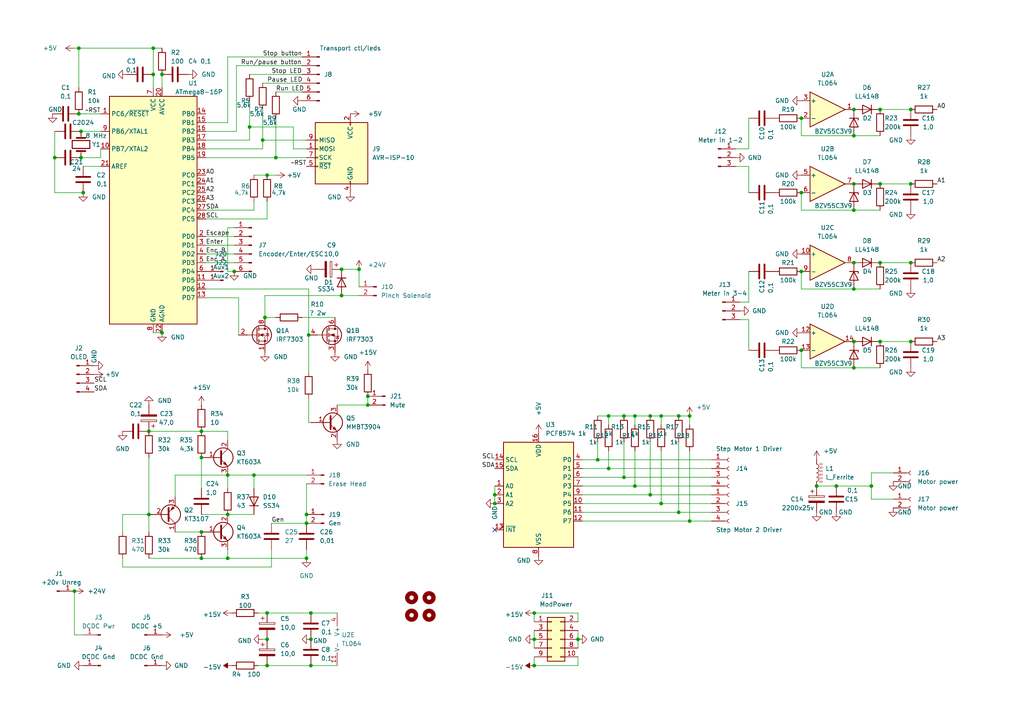
<source format=kicad_sch>
(kicad_sch (version 20211123) (generator eeschema)
  (paper "A4")
  (junction (at 247.65 99.06))
  (junction (at 66.04 149.225))
  (junction (at 173.355 133.35))
  (junction (at 255.27 31.75))
  (junction (at 90.17 185.42))
  (junction (at 143.51 143.51))
  (junction (at 247.65 76.2))
  (junction (at 247.65 39.37))
  (junction (at 66.04 161.925))
  (junction (at 232.41 78.74))
  (junction (at 247.65 106.68))
  (junction (at 24.13 55.88))
  (junction (at 76.835 92.075))
  (junction (at 23.495 45.72))
  (junction (at 180.975 138.43))
  (junction (at 154.94 177.8))
  (junction (at 90.17 177.8))
  (junction (at 22.86 13.97))
  (junction (at 77.47 193.04))
  (junction (at 106.68 117.475))
  (junction (at 264.16 99.06))
  (junction (at 264.16 31.75))
  (junction (at 58.42 132.715))
  (junction (at 196.85 120.65))
  (junction (at 76.2 40.64))
  (junction (at 154.94 185.42))
  (junction (at 88.9 161.925))
  (junction (at 58.42 154.305))
  (junction (at 43.18 149.225))
  (junction (at 46.99 96.52))
  (junction (at 180.975 120.65))
  (junction (at 22.86 33.02))
  (junction (at 72.39 36.83))
  (junction (at 188.595 120.65))
  (junction (at 67.945 78.74))
  (junction (at 247.65 60.96))
  (junction (at 167.64 185.42))
  (junction (at 264.16 76.2))
  (junction (at 252.73 140.97))
  (junction (at 58.42 125.095))
  (junction (at 58.42 161.925))
  (junction (at 191.77 120.65))
  (junction (at 255.27 53.34))
  (junction (at 21.59 171.45))
  (junction (at 80.01 45.72))
  (junction (at 15.875 45.72))
  (junction (at 176.53 135.89))
  (junction (at 77.47 177.8))
  (junction (at 143.51 146.05))
  (junction (at 88.9 151.765))
  (junction (at 236.855 140.97))
  (junction (at 89.535 97.155))
  (junction (at 188.595 143.51))
  (junction (at 77.47 50.8))
  (junction (at 184.15 140.97))
  (junction (at 232.41 55.88))
  (junction (at 88.9 149.225))
  (junction (at 90.17 193.04))
  (junction (at 264.16 53.34))
  (junction (at 255.27 76.2))
  (junction (at 200.025 151.13))
  (junction (at 106.68 114.935))
  (junction (at 242.57 140.97))
  (junction (at 46.99 21.59))
  (junction (at 247.65 31.75))
  (junction (at 196.85 148.59))
  (junction (at 176.53 120.65))
  (junction (at 23.495 38.1))
  (junction (at 43.18 125.095))
  (junction (at 255.27 99.06))
  (junction (at 73.66 137.795))
  (junction (at 247.65 53.34))
  (junction (at 99.06 85.725))
  (junction (at 104.14 78.105))
  (junction (at 77.47 185.42))
  (junction (at 232.41 101.6))
  (junction (at 66.04 137.795))
  (junction (at 191.77 146.05))
  (junction (at 247.65 83.82))
  (junction (at 44.45 21.59))
  (junction (at 200.025 120.65))
  (junction (at 44.45 13.97))
  (junction (at 232.41 34.29))
  (junction (at 184.15 120.65))
  (junction (at 99.06 78.105))
  (junction (at 154.94 193.04))
  (no_connect (at 143.51 153.67))
  (wire (pts (xy 69.215 86.36) (xy 69.215 97.155)))
  (wire (pts (xy 68.58 19.05) (xy 87.63 19.05)))
  (wire (pts (xy 106.68 114.935) (xy 106.68 117.475)))
  (wire (pts (xy 88.9 140.335) (xy 88.9 149.225)))
  (wire (pts (xy 46.99 21.59) (xy 46.99 25.4)))
  (wire (pts (xy 59.69 71.12) (xy 67.945 71.12)))
  (wire (pts (xy 88.9 149.225) (xy 88.9 151.765)))
  (wire (pts (xy 76.835 85.725) (xy 99.06 85.725)))
  (wire (pts (xy 21.59 13.97) (xy 22.86 13.97)))
  (wire (pts (xy 73.66 60.96) (xy 59.69 60.96)))
  (wire (pts (xy 88.9 159.385) (xy 88.9 161.925)))
  (wire (pts (xy 77.47 58.42) (xy 77.47 63.5)))
  (wire (pts (xy 200.025 130.81) (xy 200.025 151.13)))
  (wire (pts (xy 255.27 53.34) (xy 264.16 53.34)))
  (wire (pts (xy 15.875 38.1) (xy 15.875 45.72)))
  (wire (pts (xy 89.535 97.155) (xy 89.535 107.95)))
  (wire (pts (xy 43.18 161.925) (xy 58.42 161.925)))
  (wire (pts (xy 59.69 63.5) (xy 77.47 63.5)))
  (wire (pts (xy 168.91 148.59) (xy 196.85 148.59)))
  (wire (pts (xy 15.875 55.88) (xy 24.13 55.88)))
  (wire (pts (xy 76.2 43.18) (xy 59.69 43.18)))
  (wire (pts (xy 217.17 48.26) (xy 217.17 55.88)))
  (wire (pts (xy 188.595 143.51) (xy 206.375 143.51)))
  (wire (pts (xy 191.77 120.65) (xy 196.85 120.65)))
  (wire (pts (xy 247.65 39.37) (xy 255.27 39.37)))
  (wire (pts (xy 154.94 193.04) (xy 167.64 193.04)))
  (wire (pts (xy 46.99 13.97) (xy 44.45 13.97)))
  (wire (pts (xy 217.17 101.6) (xy 217.17 92.71)))
  (wire (pts (xy 78.74 164.465) (xy 78.74 159.385)))
  (wire (pts (xy 67.945 66.04) (xy 66.04 66.04)))
  (wire (pts (xy 76.2 185.42) (xy 77.47 185.42)))
  (wire (pts (xy 154.94 177.8) (xy 167.64 177.8)))
  (wire (pts (xy 255.27 31.75) (xy 264.16 31.75)))
  (wire (pts (xy 154.94 182.88) (xy 154.94 185.42)))
  (wire (pts (xy 29.21 45.72) (xy 23.495 45.72)))
  (wire (pts (xy 59.69 38.1) (xy 68.58 38.1)))
  (wire (pts (xy 68.58 38.1) (xy 68.58 19.05)))
  (wire (pts (xy 217.17 43.18) (xy 217.17 34.29)))
  (wire (pts (xy 168.91 143.51) (xy 188.595 143.51)))
  (wire (pts (xy 168.91 151.13) (xy 200.025 151.13)))
  (wire (pts (xy 76.2 40.64) (xy 76.2 43.18)))
  (wire (pts (xy 168.91 138.43) (xy 180.975 138.43)))
  (wire (pts (xy 66.04 35.56) (xy 66.04 16.51)))
  (wire (pts (xy 188.595 128.27) (xy 188.595 143.51)))
  (wire (pts (xy 58.42 132.715) (xy 58.42 141.605)))
  (wire (pts (xy 191.77 120.65) (xy 191.77 123.19)))
  (wire (pts (xy 43.18 149.225) (xy 43.18 154.305)))
  (wire (pts (xy 173.355 120.65) (xy 176.53 120.65)))
  (wire (pts (xy 259.08 137.16) (xy 252.73 137.16)))
  (wire (pts (xy 191.77 130.81) (xy 191.77 146.05)))
  (wire (pts (xy 168.91 133.35) (xy 173.355 133.35)))
  (wire (pts (xy 15.875 45.72) (xy 15.875 55.88)))
  (wire (pts (xy 167.64 185.42) (xy 167.64 187.96)))
  (wire (pts (xy 66.04 127.635) (xy 66.04 125.095)))
  (wire (pts (xy 200.025 120.65) (xy 196.85 120.65)))
  (wire (pts (xy 72.39 21.59) (xy 87.63 21.59)))
  (wire (pts (xy 154.94 185.42) (xy 154.94 187.96)))
  (wire (pts (xy 76.835 92.075) (xy 76.835 85.725)))
  (wire (pts (xy 173.355 128.27) (xy 173.355 133.35)))
  (wire (pts (xy 88.9 40.64) (xy 76.2 40.64)))
  (wire (pts (xy 59.69 40.64) (xy 72.39 40.64)))
  (wire (pts (xy 180.975 138.43) (xy 206.375 138.43)))
  (wire (pts (xy 167.64 177.8) (xy 167.64 180.34)))
  (wire (pts (xy 90.17 193.04) (xy 97.79 193.04)))
  (wire (pts (xy 59.69 86.36) (xy 69.215 86.36)))
  (wire (pts (xy 66.04 161.925) (xy 58.42 161.925)))
  (wire (pts (xy 73.66 50.8) (xy 77.47 50.8)))
  (wire (pts (xy 143.51 140.97) (xy 143.51 143.51)))
  (wire (pts (xy 66.04 159.385) (xy 66.04 161.925)))
  (wire (pts (xy 180.975 120.65) (xy 184.15 120.65)))
  (wire (pts (xy 173.355 133.35) (xy 206.375 133.35)))
  (wire (pts (xy 77.47 50.8) (xy 80.01 50.8)))
  (wire (pts (xy 196.85 128.27) (xy 196.85 148.59)))
  (wire (pts (xy 44.45 21.59) (xy 44.45 25.4)))
  (wire (pts (xy 59.69 73.66) (xy 67.945 73.66)))
  (wire (pts (xy 252.73 140.97) (xy 242.57 140.97)))
  (wire (pts (xy 184.15 120.65) (xy 188.595 120.65)))
  (wire (pts (xy 217.17 78.74) (xy 217.17 87.63)))
  (wire (pts (xy 77.47 177.8) (xy 90.17 177.8)))
  (wire (pts (xy 255.27 99.06) (xy 264.16 99.06)))
  (wire (pts (xy 232.41 39.37) (xy 247.65 39.37)))
  (wire (pts (xy 213.36 43.18) (xy 217.17 43.18)))
  (wire (pts (xy 72.39 36.83) (xy 85.09 36.83)))
  (wire (pts (xy 236.855 140.97) (xy 242.57 140.97)))
  (wire (pts (xy 167.64 193.04) (xy 167.64 190.5)))
  (wire (pts (xy 73.66 137.795) (xy 88.9 137.795)))
  (wire (pts (xy 59.69 45.72) (xy 80.01 45.72)))
  (wire (pts (xy 29.21 43.18) (xy 29.21 45.72)))
  (wire (pts (xy 74.93 177.8) (xy 77.47 177.8)))
  (wire (pts (xy 168.91 135.89) (xy 176.53 135.89)))
  (wire (pts (xy 191.77 146.05) (xy 206.375 146.05)))
  (wire (pts (xy 90.17 177.8) (xy 97.79 177.8)))
  (wire (pts (xy 104.14 78.105) (xy 99.06 78.105)))
  (wire (pts (xy 66.04 137.795) (xy 66.04 141.605)))
  (wire (pts (xy 58.42 149.225) (xy 66.04 149.225)))
  (wire (pts (xy 154.94 190.5) (xy 154.94 193.04)))
  (wire (pts (xy 73.66 137.795) (xy 66.04 137.795)))
  (wire (pts (xy 59.69 76.2) (xy 67.945 76.2)))
  (wire (pts (xy 168.91 146.05) (xy 191.77 146.05)))
  (wire (pts (xy 232.41 60.96) (xy 232.41 55.88)))
  (wire (pts (xy 188.595 120.65) (xy 191.77 120.65)))
  (wire (pts (xy 184.15 130.81) (xy 184.15 140.97)))
  (wire (pts (xy 72.39 40.64) (xy 72.39 36.83)))
  (wire (pts (xy 89.535 115.57) (xy 89.535 122.555)))
  (wire (pts (xy 22.86 13.97) (xy 44.45 13.97)))
  (wire (pts (xy 232.41 83.82) (xy 232.41 78.74)))
  (wire (pts (xy 259.08 144.78) (xy 252.73 144.78)))
  (wire (pts (xy 252.73 144.78) (xy 252.73 140.97)))
  (wire (pts (xy 74.93 193.04) (xy 77.47 193.04)))
  (wire (pts (xy 180.975 128.27) (xy 180.975 138.43)))
  (wire (pts (xy 213.36 48.26) (xy 217.17 48.26)))
  (wire (pts (xy 176.53 120.65) (xy 176.53 123.19)))
  (wire (pts (xy 200.025 123.19) (xy 200.025 120.65)))
  (wire (pts (xy 73.66 141.605) (xy 73.66 137.795)))
  (wire (pts (xy 168.91 140.97) (xy 184.15 140.97)))
  (wire (pts (xy 184.15 140.97) (xy 206.375 140.97)))
  (wire (pts (xy 87.63 92.075) (xy 97.155 92.075)))
  (wire (pts (xy 35.56 154.305) (xy 35.56 149.225)))
  (wire (pts (xy 232.41 39.37) (xy 232.41 34.29)))
  (wire (pts (xy 80.01 45.72) (xy 88.9 45.72)))
  (wire (pts (xy 35.56 164.465) (xy 78.74 164.465)))
  (wire (pts (xy 44.45 96.52) (xy 46.99 96.52)))
  (wire (pts (xy 255.27 76.2) (xy 264.16 76.2)))
  (wire (pts (xy 76.2 31.75) (xy 76.2 40.64)))
  (wire (pts (xy 50.8 144.145) (xy 50.8 137.795)))
  (wire (pts (xy 80.01 26.67) (xy 87.63 26.67)))
  (wire (pts (xy 76.835 92.075) (xy 80.01 92.075)))
  (wire (pts (xy 200.025 151.13) (xy 206.375 151.13)))
  (wire (pts (xy 104.14 83.185) (xy 104.14 78.105)))
  (wire (pts (xy 78.74 151.765) (xy 88.9 151.765)))
  (wire (pts (xy 97.79 117.475) (xy 106.68 117.475)))
  (wire (pts (xy 99.06 85.725) (xy 104.14 85.725)))
  (wire (pts (xy 176.53 135.89) (xy 206.375 135.89)))
  (wire (pts (xy 217.17 92.71) (xy 214.63 92.71)))
  (wire (pts (xy 66.04 16.51) (xy 87.63 16.51)))
  (wire (pts (xy 66.04 125.095) (xy 58.42 125.095)))
  (wire (pts (xy 176.53 120.65) (xy 180.975 120.65)))
  (wire (pts (xy 66.04 149.225) (xy 73.66 149.225)))
  (wire (pts (xy 88.9 161.925) (xy 66.04 161.925)))
  (wire (pts (xy 176.53 130.81) (xy 176.53 135.89)))
  (wire (pts (xy 89.535 83.82) (xy 89.535 97.155)))
  (wire (pts (xy 23.495 38.1) (xy 29.21 38.1)))
  (wire (pts (xy 85.09 36.83) (xy 85.09 43.18)))
  (wire (pts (xy 59.69 68.58) (xy 67.945 68.58)))
  (wire (pts (xy 247.65 106.68) (xy 255.27 106.68)))
  (wire (pts (xy 85.09 43.18) (xy 88.9 43.18)))
  (wire (pts (xy 66.04 78.74) (xy 67.945 78.74)))
  (wire (pts (xy 50.8 137.795) (xy 66.04 137.795)))
  (wire (pts (xy 22.86 33.02) (xy 29.21 33.02)))
  (wire (pts (xy 89.535 122.555) (xy 90.17 122.555)))
  (wire (pts (xy 143.51 143.51) (xy 143.51 146.05)))
  (wire (pts (xy 50.8 154.305) (xy 58.42 154.305)))
  (wire (pts (xy 59.69 35.56) (xy 66.04 35.56)))
  (wire (pts (xy 154.94 180.34) (xy 154.94 177.8)))
  (wire (pts (xy 232.41 106.68) (xy 247.65 106.68)))
  (wire (pts (xy 217.17 87.63) (xy 214.63 87.63)))
  (wire (pts (xy 43.18 125.095) (xy 58.42 125.095)))
  (wire (pts (xy 247.65 83.82) (xy 255.27 83.82)))
  (wire (pts (xy 80.01 34.29) (xy 80.01 45.72)))
  (wire (pts (xy 72.39 29.21) (xy 72.39 36.83)))
  (wire (pts (xy 184.15 120.65) (xy 184.15 123.19)))
  (wire (pts (xy 232.41 60.96) (xy 247.65 60.96)))
  (wire (pts (xy 232.41 83.82) (xy 247.65 83.82)))
  (wire (pts (xy 66.04 66.04) (xy 66.04 78.74)))
  (wire (pts (xy 232.41 106.68) (xy 232.41 101.6)))
  (wire (pts (xy 35.56 161.925) (xy 35.56 164.465)))
  (wire (pts (xy 22.86 13.97) (xy 22.86 25.4)))
  (wire (pts (xy 59.69 83.82) (xy 89.535 83.82)))
  (wire (pts (xy 44.45 13.97) (xy 44.45 21.59)))
  (wire (pts (xy 21.59 184.15) (xy 24.13 184.15)))
  (wire (pts (xy 247.65 60.96) (xy 255.27 60.96)))
  (wire (pts (xy 77.47 193.04) (xy 90.17 193.04)))
  (wire (pts (xy 76.2 24.13) (xy 87.63 24.13)))
  (wire (pts (xy 196.85 148.59) (xy 206.375 148.59)))
  (wire (pts (xy 73.66 58.42) (xy 73.66 60.96)))
  (wire (pts (xy 167.64 182.88) (xy 167.64 185.42)))
  (wire (pts (xy 35.56 149.225) (xy 43.18 149.225)))
  (wire (pts (xy 252.73 137.16) (xy 252.73 140.97)))
  (wire (pts (xy 21.59 171.45) (xy 21.59 184.15)))
  (wire (pts (xy 43.18 132.715) (xy 43.18 149.225)))
  (wire (pts (xy 24.13 48.26) (xy 29.21 48.26)))
  (label "A0" (at 59.69 50.8 0))
  (label "A2" (at 271.78 76.2 0))
  (label "Pause LED" (at 77.47 24.13 0))
  (label "SCL" (at 27.305 111.125 0))
  (label "Enc B" (at 59.69 73.66 0))
  (label "Run{slash}pause button" (at 69.85 19.05 0))
  (label "~RST" (at 29.21 33.02 180))
  (label "Gen" (at 78.74 151.765 0))
  (label "A3" (at 271.78 99.06 0))
  (label "SDA" (at 59.69 60.96 0))
  (label "SCL" (at 59.69 63.5 0))
  (label "Stop button" (at 76.2 16.51 0))
  (label "SDA" (at 27.305 113.665 0))
  (label "A3" (at 59.69 58.42 0))
  (label "SDA" (at 143.51 135.89 180))
  (label "A0" (at 271.78 31.75 0))
  (label "~RST" (at 88.9 48.26 180))
  (label "SCL" (at 143.51 133.35 180))
  (label "Run LED" (at 80.01 26.67 0))
  (label "Escape" (at 59.69 68.58 0))
  (label "A1" (at 59.69 53.34 0))
  (label "A1" (at 271.78 53.34 0))
  (label "A2" (at 59.69 55.88 0))
  (label "Enc A" (at 59.69 76.2 0))
  (label "Stop LED" (at 78.74 21.59 0))
  (label "Enter" (at 59.69 71.12 0))
  (symbol (lib_id "Device:C_Polarized") (at 95.25 78.105 270) (unit 1)
    (property "Reference" "C9" (at 96.139 71.12 90))
    (property "Value" "10,0" (at 96.139 73.66 90))
    (property "Footprint" "Capacitor_THT:CP_Radial_D6.3mm_P2.50mm" (effects hide))
  )
  (symbol (lib_id "Connector_Generic:Conn_02x05_Odd_Even") (at 160.02 185.42 0) (unit 1)
    (property "Reference" "J11" (at 158.75 172.72 0))
    (property "Value" "ModPower" (at 161.29 175.26 0))
    (property "Footprint" "Connector_PinHeader_2.54mm:PinHeader_2x05_P2.54mm_Vertical" (effects hide))
  )
  (symbol (lib_id "power:+5V") (at 101.6 33.02 270) (mirror x) (unit 1)
    (property "Reference" "#PWR023" (effects hide))
    (property "Value" "+5V" (at 106.68 33.02 90) (effects (justify left)))
  )
  (symbol (lib_id "MCU_Microchip_ATmega:ATmega8-16P") (at 44.45 60.96 0) (unit 1)
    (property "Reference" "U1" (at 54.61 24.13 0) (effects (justify left)))
    (property "Value" "ATmega8-16P" (at 50.8 26.67 0) (effects (justify left)))
    (property "Footprint" "Package_DIP:DIP-28_W7.62mm" (effects hide))
    (property "Datasheet" "http://ww1.microchip.com/downloads/en/DeviceDoc/atmel-2486-8-bit-avr-microcontroller-atmega8_l_datasheet.pdf" (effects hide))
  )
  (symbol (lib_id "Device:C") (at 58.42 145.415 180) (unit 1)
    (property "Reference" "C24" (at 59.69 140.335 0) (effects (justify right)))
    (property "Value" "1,0" (at 59.69 142.875 0) (effects (justify right)))
    (property "Footprint" "Capacitor_SMD:C_0805_2012Metric_Pad1.18x1.45mm_HandSolder" (effects hide))
  )
  (symbol (lib_id "Diode:BZV55C3V9") (at 247.65 35.56 270) (unit 1)
    (property "Reference" "D2" (at 250.19 34.2899 90) (effects (justify left)))
    (property "Value" "BZV55C3V9" (at 236.22 38.1 90) (effects (justify left)))
    (property "Footprint" "Diode_SMD:D_MiniMELF" (effects hide))
    (property "Datasheet" "https://assets.nexperia.com/documents/data-sheet/BZV55_SER.pdf" (effects hide))
  )
  (symbol (lib_id "power:+24V") (at 21.59 171.45 270) (unit 1)
    (property "Reference" "#PWR03" (effects hide))
    (property "Value" "+24V" (at 25.4 171.4499 90) (effects (justify left)))
  )
  (symbol (lib_id "Mechanical:MountingHole") (at 124.46 178.435 0) (unit 1)
    (property "Reference" "H4" (effects hide))
    (property "Value" "MountingHole" (effects hide))
    (property "Footprint" "MountingHole:MountingHole_3.2mm_M3" (effects hide))
  )
  (symbol (lib_id "ussr_ic:IRF7303") (at 74.295 97.155 0) (unit 1)
    (property "Reference" "Q1" (at 80.01 95.8849 0) (effects (justify left)))
    (property "Value" "IRF7303" (at 80.01 98.4249 0) (effects (justify left)))
    (property "Footprint" "Package_SO:SOIC-8_3.9x4.9mm_P1.27mm" (effects hide))
    (property "Datasheet" "http://www.irf.com/product-info/datasheets/data/irf7309ipbf.pdf" (effects hide))
  )
  (symbol (lib_id "power:GND") (at 143.51 146.05 270) (unit 1)
    (property "Reference" "#PWR026" (effects hide))
    (property "Value" "GND" (at 143.51 146.685 0) (effects (justify left)))
  )
  (symbol (lib_id "Device:R") (at 73.66 54.61 180) (unit 1)
    (property "Reference" "R6" (at 69.85 53.975 0) (effects (justify right)))
    (property "Value" "4,7k" (at 67.945 55.88 0) (effects (justify right)))
    (property "Footprint" "Resistor_SMD:R_1206_3216Metric_Pad1.30x1.75mm_HandSolder" (effects hide))
  )
  (symbol (lib_id "Device:R") (at 58.42 128.905 180) (unit 1)
    (property "Reference" "R35" (at 52.07 127.635 0) (effects (justify right)))
    (property "Value" "4,3k" (at 52.07 130.175 0) (effects (justify right)))
    (property "Footprint" "Resistor_SMD:R_1206_3216Metric_Pad1.30x1.75mm_HandSolder" (effects hide))
  )
  (symbol (lib_id "Device:R") (at 228.6 55.88 90) (unit 1)
    (property "Reference" "R20" (at 228.6 53.34 90))
    (property "Value" "100k" (at 228.6 58.42 90))
    (property "Footprint" "Resistor_SMD:R_1206_3216Metric_Pad1.30x1.75mm_HandSolder" (effects hide))
  )
  (symbol (lib_id "Device:C") (at 19.685 45.72 270) (unit 1)
    (property "Reference" "C21" (at 22.225 46.99 90))
    (property "Value" "24" (at 22.225 48.895 90))
    (property "Footprint" "Capacitor_THT:C_Disc_D5.0mm_W2.5mm_P2.50mm" (effects hide))
  )
  (symbol (lib_id "Connector:AVR-ISP-10") (at 99.06 45.72 0) (mirror y) (unit 1)
    (property "Reference" "J9" (at 107.95 43.1799 0) (effects (justify right)))
    (property "Value" "AVR-ISP-10" (at 107.95 45.7199 0) (effects (justify right)))
    (property "Footprint" "Connector_PinHeader_2.54mm:PinHeader_2x05_P2.54mm_Vertical" (effects hide))
    (property "Datasheet" " ~" (effects hide))
  )
  (symbol (lib_id "Diode:BZV55C3V9") (at 247.65 57.15 270) (unit 1)
    (property "Reference" "D3" (at 250.19 55.8799 90) (effects (justify left)))
    (property "Value" "BZV55C3V9" (at 236.22 59.69 90) (effects (justify left)))
    (property "Footprint" "Diode_SMD:D_MiniMELF" (effects hide))
    (property "Datasheet" "https://assets.nexperia.com/documents/data-sheet/BZV55_SER.pdf" (effects hide))
  )
  (symbol (lib_id "power:GND") (at 76.2 185.42 270) (unit 1)
    (property "Reference" "#PWR016" (effects hide))
    (property "Value" "GND" (at 73.0251 185.8538 90) (effects (justify right)))
  )
  (symbol (lib_id "Device:R") (at 180.975 124.46 180) (unit 1)
    (property "Reference" "R13" (at 177.165 123.825 0) (effects (justify right)))
    (property "Value" "1k" (at 175.26 125.73 0) (effects (justify right)))
    (property "Footprint" "Resistor_SMD:R_1206_3216Metric_Pad1.30x1.75mm_HandSolder" (effects hide))
  )
  (symbol (lib_id "power:GND") (at 232.41 73.66 270) (unit 1)
    (property "Reference" "#PWR038" (effects hide))
    (property "Value" "GND" (at 224.79 73.66 90) (effects (justify left)))
  )
  (symbol (lib_id "Connector:Conn_01x01_Male") (at 41.91 184.15 0) (unit 1)
    (property "Reference" "J5" (at 42.545 179.07 0))
    (property "Value" "DCDC +5" (at 42.545 181.61 0))
    (property "Footprint" "Connector_PinHeader_2.54mm:PinHeader_1x01_P2.54mm_Vertical" (effects hide))
  )
  (symbol (lib_id "Connector:Conn_01x01_Male") (at 64.77 78.74 180) (unit 1)
    (property "Reference" "J20" (at 64.135 73.66 0))
    (property "Value" "Aux1" (at 64.135 77.47 0))
    (property "Footprint" "Connector_PinHeader_2.54mm:PinHeader_1x01_P2.54mm_Vertical" (effects hide))
  )
  (symbol (lib_id "Device:C") (at 39.37 125.095 270) (unit 1)
    (property "Reference" "C22" (at 39.37 117.475 90))
    (property "Value" "0,1" (at 39.37 120.015 90))
    (property "Footprint" "Capacitor_SMD:C_0805_2012Metric_Pad1.18x1.45mm_HandSolder" (effects hide))
  )
  (symbol (lib_id "Device:C") (at 50.8 21.59 90) (unit 1)
    (property "Reference" "C4" (at 55.88 17.78 90))
    (property "Value" "0,1" (at 59.69 17.78 90))
    (property "Footprint" "Capacitor_SMD:C_1206_3216Metric_Pad1.33x1.80mm_HandSolder" (effects hide))
  )
  (symbol (lib_id "Device:R") (at 176.53 127 180) (unit 1)
    (property "Reference" "R12" (at 172.72 126.365 0) (effects (justify right)))
    (property "Value" "1k" (at 170.815 128.27 0) (effects (justify right)))
    (property "Footprint" "Resistor_SMD:R_1206_3216Metric_Pad1.30x1.75mm_HandSolder" (effects hide))
  )
  (symbol (lib_id "Device:R") (at 46.99 17.78 180) (unit 1)
    (property "Reference" "R2" (at 49.53 15.24 0) (effects (justify right)))
    (property "Value" "100" (at 49.53 17.78 0) (effects (justify right)))
    (property "Footprint" "Resistor_SMD:R_1206_3216Metric_Pad1.30x1.75mm_HandSolder" (effects hide))
  )
  (symbol (lib_id "Amplifier_Operational:TL064") (at 240.03 31.75 0) (unit 1)
    (property "Reference" "U2" (at 240.03 21.59 0))
    (property "Value" "TL064" (at 240.03 24.13 0))
    (property "Footprint" "Package_DIP:DIP-14_W7.62mm_LongPads" (effects hide))
    (property "Datasheet" "http://www.ti.com/lit/ds/symlink/tl061.pdf" (effects hide))
  )
  (symbol (lib_id "power:GND") (at 43.18 117.475 180) (unit 1)
    (property "Reference" "#PWR050" (effects hide))
    (property "Value" "GND" (at 45.72 116.2049 0) (effects (justify right)))
  )
  (symbol (lib_id "Diode:LL4148") (at 251.46 53.34 180) (unit 1)
    (property "Reference" "D7" (at 251.46 46.99 0))
    (property "Value" "LL4148" (at 251.46 49.53 0))
    (property "Footprint" "Diode_SMD:D_MiniMELF" (effects hide))
    (property "Datasheet" "http://www.vishay.com/docs/85557/ll4148.pdf" (effects hide))
  )
  (symbol (lib_id "Device:R") (at 58.42 158.115 180) (unit 1)
    (property "Reference" "R36" (at 53.34 156.845 0) (effects (justify right)))
    (property "Value" "470" (at 53.34 159.385 0) (effects (justify right)))
    (property "Footprint" "Resistor_SMD:R_1206_3216Metric_Pad1.30x1.75mm_HandSolder" (effects hide))
  )
  (symbol (lib_id "power:GND") (at 24.13 193.04 270) (unit 1)
    (property "Reference" "#PWR05" (effects hide))
    (property "Value" "GND" (at 16.51 193.04 90) (effects (justify left)))
  )
  (symbol (lib_id "ussr_ic:IRF7303") (at 94.615 97.155 0) (unit 2)
    (property "Reference" "Q1" (at 100.33 95.8849 0) (effects (justify left)))
    (property "Value" "IRF7303" (at 100.33 98.4249 0) (effects (justify left)))
    (property "Footprint" "Package_SO:SOIC-8_3.9x4.9mm_P1.27mm" (effects hide))
    (property "Datasheet" "http://www.irf.com/product-info/datasheets/data/irf7309ipbf.pdf" (effects hide))
  )
  (symbol (lib_id "Device:R") (at 228.6 101.6 90) (unit 1)
    (property "Reference" "R22" (at 228.6 99.06 90))
    (property "Value" "100k" (at 228.6 104.14 90))
    (property "Footprint" "Resistor_SMD:R_1206_3216Metric_Pad1.30x1.75mm_HandSolder" (effects hide))
  )
  (symbol (lib_id "Device:R") (at 106.68 111.125 180) (unit 1)
    (property "Reference" "R39" (at 100.33 109.855 0) (effects (justify right)))
    (property "Value" "30k" (at 100.33 112.395 0) (effects (justify right)))
    (property "Footprint" "Resistor_SMD:R_1206_3216Metric_Pad1.30x1.75mm_HandSolder" (effects hide))
  )
  (symbol (lib_id "Device:C") (at 264.16 102.87 180) (unit 1)
    (property "Reference" "C19" (at 269.24 101.6 0))
    (property "Value" "1,0" (at 269.24 104.14 0))
    (property "Footprint" "Capacitor_SMD:C_0805_2012Metric_Pad1.18x1.45mm_HandSolder" (effects hide))
  )
  (symbol (lib_id "Device:R") (at 228.6 78.74 90) (unit 1)
    (property "Reference" "R21" (at 228.6 76.2 90))
    (property "Value" "100k" (at 228.6 81.28 90))
    (property "Footprint" "Resistor_SMD:R_1206_3216Metric_Pad1.30x1.75mm_HandSolder" (effects hide))
  )
  (symbol (lib_id "power:GND") (at 67.945 78.74 0) (unit 1)
    (property "Reference" "#PWR015" (effects hide))
    (property "Value" "GND" (at 70.485 80.0099 0) (effects (justify left)))
  )
  (symbol (lib_id "power:GND") (at 54.61 21.59 90) (unit 1)
    (property "Reference" "#PWR012" (effects hide))
    (property "Value" "GND" (at 58.42 21.5899 90) (effects (justify right)))
  )
  (symbol (lib_id "Connector:Conn_01x06_Male") (at 73.025 71.12 0) (mirror y) (unit 1)
    (property "Reference" "J7" (at 74.93 71.1199 0) (effects (justify right)))
    (property "Value" "Encoder/Enter/ESC" (at 74.93 73.6599 0) (effects (justify right)))
    (property "Footprint" "Connector_PinHeader_2.54mm:PinHeader_1x06_P2.54mm_Vertical" (effects hide))
  )
  (symbol (lib_id "Amplifier_Operational:TL064") (at 240.03 53.34 0) (unit 2)
    (property "Reference" "U2" (at 240.03 43.18 0))
    (property "Value" "TL064" (at 240.03 45.72 0))
    (property "Footprint" "Package_DIP:DIP-14_W7.62mm_LongPads" (effects hide))
    (property "Datasheet" "http://www.ti.com/lit/ds/symlink/tl061.pdf" (effects hide))
  )
  (symbol (lib_id "power:GND") (at 264.16 39.37 0) (unit 1)
    (property "Reference" "#PWR045" (effects hide))
    (property "Value" "GND" (at 257.81 40.64 0) (effects (justify left)))
  )
  (symbol (lib_id "Device:R") (at 71.12 193.04 90) (unit 1)
    (property "Reference" "R4" (at 68.58 195.58 90))
    (property "Value" "100" (at 73.66 195.58 90))
    (property "Footprint" "Resistor_SMD:R_1206_3216Metric_Pad1.30x1.75mm_HandSolder" (effects hide))
  )
  (symbol (lib_id "Connector:Conn_01x01_Male") (at 29.21 184.15 180) (unit 1)
    (property "Reference" "J3" (at 28.575 179.07 0))
    (property "Value" "DCDC Pwr" (at 28.575 181.61 0))
    (property "Footprint" "Connector_PinHeader_2.54mm:PinHeader_1x01_P2.54mm_Vertical" (effects hide))
  )
  (symbol (lib_id "power:GND") (at 15.24 33.02 0) (unit 1)
    (property "Reference" "#PWR01" (effects hide))
    (property "Value" "GND" (at 13.97 31.75 0) (effects (justify left)))
  )
  (symbol (lib_id "Interface_Expansion:PCF8574") (at 156.21 143.51 0) (unit 1)
    (property "Reference" "U3" (at 158.2294 123.19 0) (effects (justify left)))
    (property "Value" "PCF8574" (at 158.2294 125.73 0) (effects (justify left)))
    (property "Footprint" "Package_DIP:DIP-16_W7.62mm_LongPads" (effects hide))
    (property "Datasheet" "http://www.nxp.com/documents/data_sheet/PCF8574_PCF8574A.pdf" (effects hide))
  )
  (symbol (lib_id "power:GND") (at 214.63 90.17 90) (unit 1)
    (property "Reference" "#PWR035" (effects hide))
    (property "Value" "GND" (at 222.25 90.17 90) (effects (justify left)))
  )
  (symbol (lib_id "power:+24V") (at 104.14 78.105 0) (unit 1)
    (property "Reference" "#PWR025" (effects hide))
    (property "Value" "+24V" (at 106.68 76.8349 0) (effects (justify left)))
  )
  (symbol (lib_id "Connector:Conn_01x01_Male") (at 64.77 81.28 180) (unit 1)
    (property "Reference" "J22" (at 64.135 76.2 0))
    (property "Value" "Aux2" (at 64.135 80.01 0))
    (property "Footprint" "Connector_PinHeader_2.54mm:PinHeader_1x01_P2.54mm_Vertical" (effects hide))
  )
  (symbol (lib_id "Connector:Conn_01x02_Female") (at 264.16 144.78 0) (unit 1)
    (property "Reference" "J17" (at 266.065 144.7799 0) (effects (justify left)))
    (property "Value" "Motor power" (at 266.065 147.3199 0) (effects (justify left)))
    (property "Footprint" "Connector_PinHeader_2.54mm:PinHeader_1x02_P2.54mm_Vertical" (effects hide))
  )
  (symbol (lib_id "power:+15V") (at 67.31 177.8 90) (unit 1)
    (property "Reference" "#PWR013" (effects hide))
    (property "Value" "+15V" (at 64.135 178.2338 90) (effects (justify left)))
  )
  (symbol (lib_id "power:-15V") (at 154.94 193.04 90) (unit 1)
    (property "Reference" "#PWR029" (effects hide))
    (property "Value" "-15V" (at 151.765 193.4738 90) (effects (justify left)))
  )
  (symbol (lib_id "power:GND") (at 87.63 29.21 270) (unit 1)
    (property "Reference" "#PWR019" (effects hide))
    (property "Value" "GND" (at 88.9 31.75 90) (effects (justify right)))
  )
  (symbol (lib_id "Device:C") (at 24.13 52.07 0) (unit 1)
    (property "Reference" "C2" (at 27.94 50.7999 0) (effects (justify left)))
    (property "Value" "0,1" (at 27.94 53.3399 0) (effects (justify left)))
    (property "Footprint" "Capacitor_SMD:C_1206_3216Metric_Pad1.33x1.80mm_HandSolder" (effects hide))
  )
  (symbol (lib_id "Device:C") (at 220.98 78.74 90) (unit 1)
    (property "Reference" "C12" (at 220.98 85.09 0) (effects (justify left)))
    (property "Value" "0,1" (at 223.52 85.09 0) (effects (justify left)))
    (property "Footprint" "Capacitor_SMD:C_1206_3216Metric_Pad1.33x1.80mm_HandSolder" (effects hide))
  )
  (symbol (lib_id "power:GND") (at 154.94 185.42 270) (unit 1)
    (property "Reference" "#PWR028" (effects hide))
    (property "Value" "GND" (at 147.32 185.42 90) (effects (justify left)))
  )
  (symbol (lib_id "power:+5V") (at 156.21 125.73 0) (unit 1)
    (property "Reference" "#PWR030" (effects hide))
    (property "Value" "+5V" (at 156.21 120.65 90) (effects (justify left)))
  )
  (symbol (lib_id "Device:R") (at 255.27 102.87 180) (unit 1)
    (property "Reference" "R26" (at 256.54 101.6 0) (effects (justify right)))
    (property "Value" "200k" (at 256.54 104.14 0) (effects (justify right)))
    (property "Footprint" "Resistor_SMD:R_1206_3216Metric_Pad1.30x1.75mm_HandSolder" (effects hide))
  )
  (symbol (lib_id "Amplifier_Operational:TL064") (at 240.03 99.06 0) (unit 4)
    (property "Reference" "U2" (at 240.03 88.9 0))
    (property "Value" "TL064" (at 240.03 91.44 0))
    (property "Footprint" "Package_DIP:DIP-14_W7.62mm_LongPads" (effects hide))
    (property "Datasheet" "http://www.ti.com/lit/ds/symlink/tl061.pdf" (effects hide))
  )
  (symbol (lib_id "Device:D") (at 73.66 145.415 90) (unit 1)
    (property "Reference" "D10" (at 76.2 144.1449 90) (effects (justify right)))
    (property "Value" "SS34" (at 76.2 146.6849 90) (effects (justify right)))
    (property "Footprint" "Diode_SMD:D_SMA-SMB_Universal_Handsoldering" (effects hide))
  )
  (symbol (lib_id "Connector:Conn_01x01_Male") (at 16.51 171.45 0) (unit 1)
    (property "Reference" "J1" (at 17.145 166.37 0))
    (property "Value" "+20v Unreg" (at 17.78 168.91 0))
    (property "Footprint" "Connector_PinHeader_2.54mm:PinHeader_1x01_P2.54mm_Vertical" (effects hide))
  )
  (symbol (lib_id "Device:C") (at 90.17 181.61 0) (unit 1)
    (property "Reference" "C7" (at 93.091 180.7753 0) (effects (justify left)))
    (property "Value" "0,1" (at 93.091 183.3122 0) (effects (justify left)))
    (property "Footprint" "Capacitor_SMD:C_1206_3216Metric_Pad1.33x1.80mm_HandSolder" (effects hide))
  )
  (symbol (lib_id "power:-15V") (at 67.31 193.04 90) (unit 1)
    (property "Reference" "#PWR014" (effects hide))
    (property "Value" "-15V" (at 64.135 193.4738 90) (effects (justify left)))
  )
  (symbol (lib_id "Device:R") (at 184.15 127 180) (unit 1)
    (property "Reference" "R14" (at 180.34 126.365 0) (effects (justify right)))
    (property "Value" "1k" (at 178.435 128.27 0) (effects (justify right)))
    (property "Footprint" "Resistor_SMD:R_1206_3216Metric_Pad1.30x1.75mm_HandSolder" (effects hide))
  )
  (symbol (lib_id "power:GND") (at 167.64 185.42 90) (unit 1)
    (property "Reference" "#PWR032" (effects hide))
    (property "Value" "GND" (at 175.26 185.42 90) (effects (justify left)))
  )
  (symbol (lib_id "power:GND") (at 35.56 125.095 0) (unit 1)
    (property "Reference" "#PWR049" (effects hide))
    (property "Value" "GND" (at 35.56 130.175 0))
  )
  (symbol (lib_id "Device:R") (at 58.42 121.285 180) (unit 1)
    (property "Reference" "R34" (at 60.96 120.0149 0) (effects (justify right)))
    (property "Value" "10" (at 60.96 122.5549 0) (effects (justify right)))
    (property "Footprint" "Resistor_THT:R_Axial_DIN0309_L9.0mm_D3.2mm_P2.54mm_Vertical" (effects hide))
  )
  (symbol (lib_id "Device:C_Polarized") (at 77.47 189.23 0) (unit 1)
    (property "Reference" "C6" (at 81.28 187.0709 0) (effects (justify left)))
    (property "Value" "10,0" (at 81.28 189.6109 0) (effects (justify left)))
    (property "Footprint" "Capacitor_SMD:C_0805_2012Metric_Pad1.18x1.45mm_HandSolder" (effects hide))
  )
  (symbol (lib_id "power:GND") (at 232.41 29.21 270) (unit 1)
    (property "Reference" "#PWR036" (effects hide))
    (property "Value" "GND" (at 224.79 29.21 90) (effects (justify left)))
  )
  (symbol (lib_id "Connector:Conn_01x06_Male") (at 92.71 21.59 0) (mirror y) (unit 1)
    (property "Reference" "J8" (at 93.98 21.5899 0) (effects (justify right)))
    (property "Value" "Transport ctl/leds" (at 92.71 13.97 0) (effects (justify right)))
    (property "Footprint" "Connector_PinHeader_2.54mm:PinHeader_1x06_P2.54mm_Vertical" (effects hide))
  )
  (symbol (lib_id "Mechanical:MountingHole") (at 124.46 173.355 0) (unit 1)
    (property "Reference" "H3" (effects hide))
    (property "Value" "MountingHole" (effects hide))
    (property "Footprint" "MountingHole:MountingHole_3.2mm_M3" (effects hide))
  )
  (symbol (lib_id "Device:R") (at 228.6 34.29 90) (unit 1)
    (property "Reference" "R19" (at 228.6 31.75 90))
    (property "Value" "100k" (at 228.6 36.83 90))
    (property "Footprint" "Resistor_SMD:R_1206_3216Metric_Pad1.30x1.75mm_HandSolder" (effects hide))
  )
  (symbol (lib_id "Connector:Conn_01x02_Male") (at 109.22 83.185 0) (mirror y) (unit 1)
    (property "Reference" "J10" (at 110.49 83.1849 0) (effects (justify right)))
    (property "Value" "Pinch Solenoid" (at 110.49 85.7249 0) (effects (justify right)))
    (property "Footprint" "Connector_PinHeader_2.54mm:PinHeader_1x02_P2.54mm_Vertical" (effects hide))
  )
  (symbol (lib_id "power:GND") (at 76.835 102.235 0) (unit 1)
    (property "Reference" "#PWR017" (effects hide))
    (property "Value" "GND" (at 79.375 103.5049 0) (effects (justify left)))
  )
  (symbol (lib_id "Device:R") (at 267.97 76.2 270) (unit 1)
    (property "Reference" "R29" (at 267.97 69.85 90))
    (property "Value" "1k" (at 267.97 72.39 90))
    (property "Footprint" "Resistor_SMD:R_1206_3216Metric_Pad1.30x1.75mm_HandSolder" (effects hide))
  )
  (symbol (lib_id "Device:R") (at 188.595 124.46 180) (unit 1)
    (property "Reference" "R15" (at 184.785 123.825 0) (effects (justify right)))
    (property "Value" "1k" (at 182.88 125.73 0) (effects (justify right)))
    (property "Footprint" "Resistor_SMD:R_1206_3216Metric_Pad1.30x1.75mm_HandSolder" (effects hide))
  )
  (symbol (lib_id "power:GND") (at 24.13 55.88 0) (unit 1)
    (property "Reference" "#PWR04" (effects hide))
    (property "Value" "GND" (at 26.67 57.1499 0) (effects (justify left)))
  )
  (symbol (lib_id "power:+5V") (at 236.855 133.35 0) (unit 1)
    (property "Reference" "#PWR040" (effects hide))
    (property "Value" "+5V" (at 238.76 130.81 0) (effects (justify left)))
  )
  (symbol (lib_id "Connector:Conn_01x01_Male") (at 41.91 193.04 0) (unit 1)
    (property "Reference" "J6" (at 42.545 187.96 0))
    (property "Value" "DCDC Gnd" (at 42.545 190.5 0))
    (property "Footprint" "Connector_PinHeader_2.54mm:PinHeader_1x01_P2.54mm_Vertical" (effects hide))
  )
  (symbol (lib_id "Diode:LL4148") (at 251.46 76.2 180) (unit 1)
    (property "Reference" "D8" (at 251.46 69.85 0))
    (property "Value" "LL4148" (at 251.46 72.39 0))
    (property "Footprint" "Diode_SMD:D_MiniMELF" (effects hide))
    (property "Datasheet" "http://www.vishay.com/docs/85557/ll4148.pdf" (effects hide))
  )
  (symbol (lib_id "power:GND") (at 156.21 161.29 0) (unit 1)
    (property "Reference" "#PWR031" (effects hide))
    (property "Value" "GND" (at 149.86 162.56 0) (effects (justify left)))
  )
  (symbol (lib_id "Device:R") (at 77.47 54.61 180) (unit 1)
    (property "Reference" "R8" (at 79.375 53.975 0) (effects (justify right)))
    (property "Value" "4,7k" (at 78.74 55.88 0) (effects (justify right)))
    (property "Footprint" "Resistor_SMD:R_1206_3216Metric_Pad1.30x1.75mm_HandSolder" (effects hide))
  )
  (symbol (lib_id "Diode:BZV55C3V9") (at 247.65 80.01 270) (unit 1)
    (property "Reference" "D4" (at 250.19 78.7399 90) (effects (justify left)))
    (property "Value" "BZV55C3V9" (at 236.22 82.55 90) (effects (justify left)))
    (property "Footprint" "Diode_SMD:D_MiniMELF" (effects hide))
    (property "Datasheet" "https://assets.nexperia.com/documents/data-sheet/BZV55_SER.pdf" (effects hide))
  )
  (symbol (lib_id "Device:C_Polarized") (at 77.47 181.61 0) (unit 1)
    (property "Reference" "C5" (at 81.28 179.4509 0) (effects (justify left)))
    (property "Value" "10,0" (at 81.28 181.9909 0) (effects (justify left)))
    (property "Footprint" "Capacitor_SMD:C_0805_2012Metric_Pad1.18x1.45mm_HandSolder" (effects hide))
  )
  (symbol (lib_id "power:+5V") (at 200.025 120.65 0) (unit 1)
    (property "Reference" "#PWR033" (effects hide))
    (property "Value" "+5V" (at 201.93 118.11 0) (effects (justify left)))
  )
  (symbol (lib_id "power:GND") (at 259.08 147.32 0) (unit 1)
    (property "Reference" "#PWR044" (effects hide))
    (property "Value" "GND" (at 260.35 148.59 0) (effects (justify left)))
  )
  (symbol (lib_id "Device:C") (at 88.9 155.575 180) (unit 1)
    (property "Reference" "C26" (at 92.71 154.3049 0) (effects (justify right)))
    (property "Value" "0,01" (at 92.71 156.8449 0) (effects (justify right)))
    (property "Footprint" "Capacitor_THT:C_Disc_D5.0mm_W2.5mm_P2.50mm" (effects hide))
  )
  (symbol (lib_id "Device:R") (at 83.82 92.075 270) (unit 1)
    (property "Reference" "R10" (at 93.98 88.265 90) (effects (justify right)))
    (property "Value" "? 2w" (at 94.615 90.805 90) (effects (justify right)))
    (property "Footprint" "Resistor_THT:R_Axial_DIN0309_L9.0mm_D3.2mm_P2.54mm_Vertical" (effects hide))
  )
  (symbol (lib_id "power:GND") (at 264.16 106.68 0) (unit 1)
    (property "Reference" "#PWR048" (effects hide))
    (property "Value" "GND" (at 257.81 107.95 0) (effects (justify left)))
  )
  (symbol (lib_id "Transistor_BJT:MMBT3904") (at 95.25 122.555 0) (unit 1)
    (property "Reference" "Q5" (at 100.33 121.2849 0) (effects (justify left)))
    (property "Value" "MMBT3904" (at 100.33 123.8249 0) (effects (justify left)))
    (property "Footprint" "Package_TO_SOT_SMD:SOT-23" (effects hide))
    (property "Datasheet" "https://www.onsemi.com/pub/Collateral/2N3903-D.PDF" (effects hide))
  )
  (symbol (lib_id "power:GND") (at 97.79 127.635 0) (unit 1)
    (property "Reference" "#PWR0101" (effects hide))
    (property "Value" "GND" (at 100.33 128.9049 0) (effects (justify left)))
  )
  (symbol (lib_id "power:GND") (at 97.155 102.235 0) (unit 1)
    (property "Reference" "#PWR022" (effects hide))
    (property "Value" "GND" (at 99.695 103.5049 0) (effects (justify left)))
  )
  (symbol (lib_id "Device:R") (at 76.2 27.94 180) (unit 1)
    (property "Reference" "R7" (at 73.66 31.75 0) (effects (justify right)))
    (property "Value" "5,6k" (at 72.39 33.02 0) (effects (justify right)))
    (property "Footprint" "Resistor_SMD:R_1206_3216Metric_Pad1.30x1.75mm_HandSolder" (effects hide))
  )
  (symbol (lib_id "Device:Crystal") (at 23.495 41.91 90) (unit 1)
    (property "Reference" "Y1" (at 26.67 41.91 90) (effects (justify right)))
    (property "Value" "8 MHz" (at 24.765 39.37 90) (effects (justify right)))
    (property "Footprint" "Crystal:Crystal_HC49-U_Vertical" (effects hide))
  )
  (symbol (lib_id "Device:C") (at 220.98 34.29 90) (unit 1)
    (property "Reference" "C10" (at 220.98 40.64 0) (effects (justify left)))
    (property "Value" "0,1" (at 223.52 40.64 0) (effects (justify left)))
    (property "Footprint" "Capacitor_SMD:C_1206_3216Metric_Pad1.33x1.80mm_HandSolder" (effects hide))
  )
  (symbol (lib_id "Device:C") (at 90.17 189.23 0) (unit 1)
    (property "Reference" "C8" (at 93.091 188.3953 0) (effects (justify left)))
    (property "Value" "0,1" (at 93.091 190.9322 0) (effects (justify left)))
    (property "Footprint" "Capacitor_SMD:C_1206_3216Metric_Pad1.33x1.80mm_HandSolder" (effects hide))
  )
  (symbol (lib_id "Connector:Conn_01x02_Male") (at 93.98 137.795 0) (mirror y) (unit 1)
    (property "Reference" "J18" (at 95.25 137.7949 0) (effects (justify right)))
    (property "Value" "Erase Head" (at 95.25 140.3349 0) (effects (justify right)))
    (property "Footprint" "Connector_PinHeader_2.54mm:PinHeader_1x02_P2.54mm_Vertical" (effects hide))
  )
  (symbol (lib_id "Device:R") (at 267.97 99.06 270) (unit 1)
    (property "Reference" "R30" (at 267.97 92.71 90))
    (property "Value" "1k" (at 267.97 95.25 90))
    (property "Footprint" "Resistor_SMD:R_1206_3216Metric_Pad1.30x1.75mm_HandSolder" (effects hide))
  )
  (symbol (lib_id "power:GND") (at 242.57 148.59 0) (unit 1)
    (property "Reference" "#PWR042" (effects hide))
    (property "Value" "GND" (at 243.205 148.59 0) (effects (justify left)))
  )
  (symbol (lib_id "power:+15V") (at 154.94 177.8 90) (unit 1)
    (property "Reference" "#PWR027" (effects hide))
    (property "Value" "+15V" (at 151.765 178.2338 90) (effects (justify left)))
  )
  (symbol (lib_id "power:GND") (at 259.08 139.7 0) (unit 1)
    (property "Reference" "#PWR043" (effects hide))
    (property "Value" "GND" (at 260.35 140.97 0) (effects (justify left)))
  )
  (symbol (lib_id "Device:R") (at 71.12 177.8 90) (unit 1)
    (property "Reference" "R3" (at 71.12 173.0842 90))
    (property "Value" "100" (at 71.12 175.6211 90))
    (property "Footprint" "Resistor_SMD:R_1206_3216Metric_Pad1.30x1.75mm_HandSolder" (effects hide))
  )
  (symbol (lib_id "Device:R") (at 200.025 127 180) (unit 1)
    (property "Reference" "R18" (at 196.215 126.365 0) (effects (justify right)))
    (property "Value" "1k" (at 194.31 128.27 0) (effects (justify right)))
    (property "Footprint" "Resistor_SMD:R_1206_3216Metric_Pad1.30x1.75mm_HandSolder" (effects hide))
  )
  (symbol (lib_id "power:+5V") (at 21.59 13.97 90) (unit 1)
    (property "Reference" "#PWR02" (effects hide))
    (property "Value" "+5V" (at 16.51 13.97 90) (effects (justify left)))
  )
  (symbol (lib_id "power:GND") (at 91.44 78.105 270) (unit 1)
    (property "Reference" "#PWR021" (effects hide))
    (property "Value" "GND" (at 88.265 80.645 90) (effects (justify left)))
  )
  (symbol (lib_id "Device:C") (at 78.74 155.575 180) (unit 1)
    (property "Reference" "C25" (at 82.55 154.3049 0) (effects (justify right)))
    (property "Value" "27" (at 82.55 156.8449 0) (effects (justify right)))
    (property "Footprint" "Capacitor_THT:C_Disc_D5.0mm_W2.5mm_P2.50mm" (effects hide))
  )
  (symbol (lib_id "Device:Q_NPN_BCE") (at 63.5 154.305 0) (unit 1)
    (property "Reference" "Q4" (at 68.58 153.0349 0) (effects (justify left)))
    (property "Value" "KT603A" (at 68.58 155.5749 0) (effects (justify left)))
    (property "Footprint" "Package_TO_SOT_THT:TO-92_Wide" (effects hide))
  )
  (symbol (lib_id "power:GND") (at 90.17 185.42 270) (unit 1)
    (property "Reference" "#PWR020" (effects hide))
    (property "Value" "GND" (at 90.805 185.8538 90) (effects (justify left)))
  )
  (symbol (lib_id "Mechanical:MountingHole") (at 119.38 178.435 0) (unit 1)
    (property "Reference" "H2" (effects hide))
    (property "Value" "MountingHole" (effects hide))
    (property "Footprint" "MountingHole:MountingHole_3.2mm_M3" (effects hide))
  )
  (symbol (lib_id "Device:C") (at 19.05 33.02 90) (unit 1)
    (property "Reference" "C1" (at 19.05 25.4 90))
    (property "Value" "0,1" (at 19.05 27.94 90))
    (property "Footprint" "Capacitor_SMD:C_1206_3216Metric_Pad1.33x1.80mm_HandSolder" (effects hide))
  )
  (symbol (lib_id "Device:R") (at 255.27 80.01 180) (unit 1)
    (property "Reference" "R25" (at 256.54 78.74 0) (effects (justify right)))
    (property "Value" "200k" (at 256.54 81.28 0) (effects (justify right)))
    (property "Footprint" "Resistor_SMD:R_1206_3216Metric_Pad1.30x1.75mm_HandSolder" (effects hide))
  )
  (symbol (lib_id "Device:R") (at 267.97 31.75 270) (unit 1)
    (property "Reference" "R27" (at 267.97 25.4 90))
    (property "Value" "1k" (at 267.97 27.94 90))
    (property "Footprint" "Resistor_SMD:R_1206_3216Metric_Pad1.30x1.75mm_HandSolder" (effects hide))
  )
  (symbol (lib_id "Connector:Conn_01x03_Male") (at 208.28 45.72 0) (unit 1)
    (property "Reference" "J12" (at 208.915 38.1 0))
    (property "Value" "Meter in 1-2" (at 208.915 40.64 0))
    (property "Footprint" "Connector_PinHeader_2.54mm:PinHeader_1x03_P2.54mm_Vertical" (effects hide))
  )
  (symbol (lib_id "power:GND") (at 36.83 21.59 270) (unit 1)
    (property "Reference" "#PWR08" (effects hide))
    (property "Value" "GND" (at 33.6551 22.0238 90) (effects (justify right)))
  )
  (symbol (lib_id "Device:D") (at 99.06 81.915 270) (unit 1)
    (property "Reference" "D1" (at 93.98 81.915 90) (effects (justify left)))
    (property "Value" "SS34" (at 92.075 83.82 90) (effects (justify left)))
    (property "Footprint" "Diode_SMD:D_SMA-SMB_Universal_Handsoldering" (effects hide))
  )
  (symbol (lib_id "Device:C") (at 264.16 35.56 180) (unit 1)
    (property "Reference" "C16" (at 269.24 34.29 0))
    (property "Value" "1,0" (at 269.24 36.83 0))
    (property "Footprint" "Capacitor_SMD:C_0805_2012Metric_Pad1.18x1.45mm_HandSolder" (effects hide))
  )
  (symbol (lib_id "Device:R") (at 196.85 124.46 180) (unit 1)
    (property "Reference" "R17" (at 193.04 123.825 0) (effects (justify right)))
    (property "Value" "1k" (at 191.135 125.73 0) (effects (justify right)))
    (property "Footprint" "Resistor_SMD:R_1206_3216Metric_Pad1.30x1.75mm_HandSolder" (effects hide))
  )
  (symbol (lib_id "Connector:Conn_01x02_Female") (at 264.16 137.16 0) (unit 1)
    (property "Reference" "J16" (at 266.065 137.1599 0) (effects (justify left)))
    (property "Value" "Motor power" (at 266.065 139.6999 0) (effects (justify left)))
    (property "Footprint" "Connector_PinHeader_2.54mm:PinHeader_1x02_P2.54mm_Vertical" (effects hide))
  )
  (symbol (lib_id "Device:R") (at 173.355 124.46 180) (unit 1)
    (property "Reference" "R11" (at 169.545 123.825 0) (effects (justify right)))
    (property "Value" "1k" (at 167.64 125.73 0) (effects (justify right)))
    (property "Footprint" "Resistor_SMD:R_1206_3216Metric_Pad1.30x1.75mm_HandSolder" (effects hide))
  )
  (symbol (lib_id "Device:C") (at 19.685 38.1 270) (unit 1)
    (property "Reference" "C20" (at 22.86 35.56 90))
    (property "Value" "24" (at 26.035 35.56 90))
    (property "Footprint" "Capacitor_THT:C_Disc_D5.0mm_W2.5mm_P2.50mm" (effects hide))
  )
  (symbol (lib_id "Device:C") (at 220.98 101.6 90) (unit 1)
    (property "Reference" "C13" (at 220.98 107.95 0) (effects (justify left)))
    (property "Value" "0,1" (at 223.52 107.95 0) (effects (justify left)))
    (property "Footprint" "Capacitor_SMD:C_1206_3216Metric_Pad1.33x1.80mm_HandSolder" (effects hide))
  )
  (symbol (lib_id "power:+15V") (at 58.42 117.475 0) (unit 1)
    (property "Reference" "#PWR051" (effects hide))
    (property "Value" "+15V" (at 58.42 112.395 0))
  )
  (symbol (lib_id "Amplifier_Operational:TL064") (at 100.33 185.42 0) (unit 5)
    (property "Reference" "U2" (at 99.06 184.1499 0) (effects (justify left)))
    (property "Value" "TL064" (at 99.06 186.6899 0) (effects (justify left)))
    (property "Footprint" "Package_DIP:DIP-14_W7.62mm_LongPads" (effects hide))
    (property "Datasheet" "http://www.ti.com/lit/ds/symlink/tl061.pdf" (effects hide))
  )
  (symbol (lib_id "Device:R") (at 35.56 158.115 180) (unit 1)
    (property "Reference" "R31" (at 38.1 156.8449 0) (effects (justify right)))
    (property "Value" "470" (at 38.1 159.3849 0) (effects (justify right)))
    (property "Footprint" "Resistor_SMD:R_1206_3216Metric_Pad1.30x1.75mm_HandSolder" (effects hide))
  )
  (symbol (lib_id "Diode:LL4148") (at 251.46 31.75 180) (unit 1)
    (property "Reference" "D6" (at 251.46 25.4 0))
    (property "Value" "LL4148" (at 251.46 27.94 0))
    (property "Footprint" "Diode_SMD:D_MiniMELF" (effects hide))
    (property "Datasheet" "http://www.vishay.com/docs/85557/ll4148.pdf" (effects hide))
  )
  (symbol (lib_id "Device:C") (at 220.98 55.88 90) (unit 1)
    (property "Reference" "C11" (at 220.98 62.23 0) (effects (justify left)))
    (property "Value" "0,1" (at 223.52 62.23 0) (effects (justify left)))
    (property "Footprint" "Capacitor_SMD:C_1206_3216Metric_Pad1.33x1.80mm_HandSolder" (effects hide))
  )
  (symbol (lib_id "Device:R") (at 267.97 53.34 270) (unit 1)
    (property "Reference" "R28" (at 267.97 46.99 90))
    (property "Value" "1k" (at 267.97 49.53 90))
    (property "Footprint" "Resistor_SMD:R_1206_3216Metric_Pad1.30x1.75mm_HandSolder" (effects hide))
  )
  (symbol (lib_id "power:+5V") (at 27.305 108.585 270) (unit 1)
    (property "Reference" "#PWR07" (effects hide))
    (property "Value" "+5V" (at 30.48 108.585 90) (effects (justify left)))
  )
  (symbol (lib_id "Device:R") (at 22.86 29.21 180) (unit 1)
    (property "Reference" "R1" (at 25.4 26.67 0) (effects (justify right)))
    (property "Value" "10k" (at 25.4 29.21 0) (effects (justify right)))
    (property "Footprint" "Resistor_SMD:R_1206_3216Metric_Pad1.30x1.75mm_HandSolder" (effects hide))
  )
  (symbol (lib_id "Device:R") (at 89.535 111.76 180) (unit 1)
    (property "Reference" "R38" (at 83.185 110.49 0) (effects (justify right)))
    (property "Value" "10k" (at 83.185 113.03 0) (effects (justify right)))
    (property "Footprint" "Resistor_SMD:R_1206_3216Metric_Pad1.30x1.75mm_HandSolder" (effects hide))
  )
  (symbol (lib_id "power:+5V") (at 80.01 50.8 270) (unit 1)
    (property "Reference" "#PWR018" (effects hide))
    (property "Value" "+5V" (at 83.185 50.8 90) (effects (justify left)))
  )
  (symbol (lib_id "Device:C_Polarized") (at 236.855 144.78 0) (unit 1)
    (property "Reference" "C14" (at 229.235 144.78 0) (effects (justify left)))
    (property "Value" "2200x25v" (at 226.695 147.32 0) (effects (justify left)))
    (property "Footprint" "Capacitor_THT:CP_Radial_D13.0mm_P5.00mm" (effects hide))
  )
  (symbol (lib_id "power:GND") (at 101.6 55.88 0) (mirror y) (unit 1)
    (property "Reference" "#PWR024" (effects hide))
    (property "Value" "GND" (at 99.06 57.1499 0) (effects (justify left)))
  )
  (symbol (lib_id "Device:R") (at 255.27 35.56 180) (unit 1)
    (property "Reference" "R23" (at 256.54 34.29 0) (effects (justify right)))
    (property "Value" "200k" (at 256.54 36.83 0) (effects (justify right)))
    (property "Footprint" "Resistor_SMD:R_1206_3216Metric_Pad1.30x1.75mm_HandSolder" (effects hide))
  )
  (symbol (lib_id "Amplifier_Operational:TL064") (at 240.03 76.2 0) (unit 3)
    (property "Reference" "U2" (at 240.03 66.04 0))
    (property "Value" "TL064" (at 240.03 68.58 0))
    (property "Footprint" "Package_DIP:DIP-14_W7.62mm_LongPads" (effects hide))
    (property "Datasheet" "http://www.ti.com/lit/ds/symlink/tl061.pdf" (effects hide))
  )
  (symbol (lib_id "Mechanical:MountingHole") (at 119.38 173.355 0) (unit 1)
    (property "Reference" "H1" (effects hide))
    (property "Value" "MountingHole" (effects hide))
    (property "Footprint" "MountingHole:MountingHole_3.2mm_M3" (effects hide))
  )
  (symbol (lib_id "power:+5V") (at 46.99 184.15 270) (unit 1)
    (property "Reference" "#PWR010" (effects hide))
    (property "Value" "+5V" (at 52.07 184.15 90) (effects (justify left)))
  )
  (symbol (lib_id "power:+15V") (at 106.68 107.315 0) (unit 1)
    (property "Reference" "#PWR0102" (effects hide))
    (property "Value" "+15V" (at 106.68 102.235 0))
  )
  (symbol (lib_id "Device:C") (at 40.64 21.59 90) (unit 1)
    (property "Reference" "C3" (at 38.1 17.78 90))
    (property "Value" "0,1" (at 38.1 20.32 90))
    (property "Footprint" "Capacitor_SMD:C_1206_3216Metric_Pad1.33x1.80mm_HandSolder" (effects hide))
  )
  (symbol (lib_id "Connector:Conn_01x04_Female") (at 211.455 135.89 0) (unit 1)
    (property "Reference" "J14" (at 213.36 135.8899 0) (effects (justify left)))
    (property "Value" "Step Motor 1 Driver" (at 207.645 130.175 0) (effects (justify left)))
    (property "Footprint" "Connector_PinHeader_2.54mm:PinHeader_1x04_P2.54mm_Vertical" (effects hide))
  )
  (symbol (lib_id "Connector:Conn_01x02_Male") (at 111.76 114.935 0) (mirror y) (unit 1)
    (property "Reference" "J21" (at 113.03 114.9349 0) (effects (justify right)))
    (property "Value" "Mute" (at 113.03 117.4749 0) (effects (justify right)))
    (property "Footprint" "Connector_PinHeader_2.54mm:PinHeader_1x02_P2.54mm_Vertical" (effects hide))
  )
  (symbol (lib_id "Connector:Conn_01x03_Male") (at 209.55 90.17 0) (unit 1)
    (property "Reference" "J13" (at 210.185 82.55 0))
    (property "Value" "Meter in 3-4" (at 210.185 85.09 0))
    (property "Footprint" "Connector_PinHeader_2.54mm:PinHeader_1x03_P2.54mm_Vertical" (effects hide))
  )
  (symbol (lib_id "Connector:Conn_01x01_Male") (at 29.21 193.04 180) (unit 1)
    (property "Reference" "J4" (at 28.575 187.96 0))
    (property "Value" "DCDC Gnd" (at 28.575 190.5 0))
    (property "Footprint" "Connector_PinHeader_2.54mm:PinHeader_1x01_P2.54mm_Vertical" (effects hide))
  )
  (symbol (lib_id "Device:L_Ferrite") (at 236.855 137.16 0) (unit 1)
    (property "Reference" "L1" (at 239.395 135.8899 0) (effects (justify left)))
    (property "Value" "L_Ferrite" (at 239.395 138.4299 0) (effects (justify left)))
    (property "Footprint" "Inductor_THT:L_Toroid_Vertical_L10.0mm_W5.0mm_P5.08mm" (effects hide))
  )
  (symbol (lib_id "power:GND") (at 88.9 161.925 0) (unit 1)
    (property "Reference" "#PWR052" (effects hide))
    (property "Value" "GND" (at 88.9 167.005 0))
  )
  (symbol (lib_id "power:GND") (at 46.99 193.04 90) (unit 1)
    (property "Reference" "#PWR011" (effects hide))
    (property "Value" "GND" (at 54.61 193.04 90) (effects (justify left)))
  )
  (symbol (lib_id "power:GND") (at 236.855 148.59 0) (unit 1)
    (property "Reference" "#PWR041" (effects hide))
    (property "Value" "GND" (at 237.49 148.59 0) (effects (justify left)))
  )
  (symbol (lib_id "power:GND") (at 213.36 45.72 90) (unit 1)
    (property "Reference" "#PWR034" (effects hide))
    (property "Value" "GND" (at 220.98 45.72 90) (effects (justify left)))
  )
  (symbol (lib_id "Device:R") (at 72.39 25.4 180) (unit 1)
    (property "Reference" "R5" (at 69.85 29.21 0) (effects (justify right)))
    (property "Value" "5,6k" (at 68.58 30.48 0) (effects (justify right)))
    (property "Footprint" "Resistor_SMD:R_1206_3216Metric_Pad1.30x1.75mm_HandSolder" (effects hide))
  )
  (symbol (lib_id "Device:Q_NPN_BCE") (at 63.5 132.715 0) (unit 1)
    (property "Reference" "Q3" (at 68.58 131.4449 0) (effects (justify left)))
    (property "Value" "KT603A" (at 68.58 133.9849 0) (effects (justify left)))
    (property "Footprint" "Package_TO_SOT_THT:TO-92_Wide" (effects hide))
  )
  (symbol (lib_id "Device:C") (at 264.16 80.01 180) (unit 1)
    (property "Reference" "C18" (at 269.24 78.74 0))
    (property "Value" "1,0" (at 269.24 81.28 0))
    (property "Footprint" "Capacitor_SMD:C_0805_2012Metric_Pad1.18x1.45mm_HandSolder" (effects hide))
  )
  (symbol (lib_id "Connector:Conn_01x04_Male") (at 22.225 108.585 0) (unit 1)
    (property "Reference" "J2" (at 22.86 100.965 0))
    (property "Value" "OLED" (at 22.86 103.505 0))
    (property "Footprint" "Connector_PinHeader_2.54mm:PinHeader_1x04_P2.54mm_Vertical" (effects hide))
  )
  (symbol (lib_id "Connector:Conn_01x04_Female") (at 211.455 146.05 0) (unit 1)
    (property "Reference" "J15" (at 213.36 146.0499 0) (effects (justify left)))
    (property "Value" "Step Motor 2 Driver" (at 207.645 153.67 0) (effects (justify left)))
    (property "Footprint" "Connector_PinHeader_2.54mm:PinHeader_1x04_P2.54mm_Vertical" (effects hide))
  )
  (symbol (lib_id "power:GND") (at 46.99 96.52 0) (unit 1)
    (property "Reference" "#PWR09" (effects hide))
    (property "Value" "GND" (at 49.53 97.7899 0) (effects (justify left)))
  )
  (symbol (lib_id "Device:R") (at 66.04 145.415 180) (unit 1)
    (property "Reference" "R37" (at 68.58 144.1449 0) (effects (justify right)))
    (property "Value" "43" (at 68.58 146.6849 0) (effects (justify right)))
    (property "Footprint" "Resistor_THT:R_Axial_DIN0309_L9.0mm_D3.2mm_P2.54mm_Vertical" (effects hide))
  )
  (symbol (lib_id "Device:R") (at 43.18 128.905 180) (unit 1)
    (property "Reference" "R32" (at 45.72 127.6349 0) (effects (justify right)))
    (property "Value" "30k" (at 45.72 130.1749 0) (effects (justify right)))
    (property "Footprint" "Resistor_SMD:R_1206_3216Metric_Pad1.30x1.75mm_HandSolder" (effects hide))
  )
  (symbol (lib_id "Device:C") (at 242.57 144.78 180) (unit 1)
    (property "Reference" "C15" (at 248.92 144.78 0) (effects (justify left)))
    (property "Value" "0,1" (at 248.92 142.24 0) (effects (justify left)))
    (property "Footprint" "Capacitor_SMD:C_1206_3216Metric_Pad1.33x1.80mm_HandSolder" (effects hide))
  )
  (symbol (lib_id "power:GND") (at 27.305 106.045 90) (unit 1)
    (property "Reference" "#PWR06" (effects hide))
    (property "Value" "GND" (at 27.305 105.41 0) (effects (justify left)))
  )
  (symbol (lib_id "Device:C") (at 264.16 57.15 180) (unit 1)
    (property "Reference" "C17" (at 269.24 55.88 0))
    (property "Value" "1,0" (at 269.24 58.42 0))
    (property "Footprint" "Capacitor_SMD:C_0805_2012Metric_Pad1.18x1.45mm_HandSolder" (effects hide))
  )
  (symbol (lib_id "Device:C_Polarized") (at 43.18 121.285 180) (unit 1)
    (property "Reference" "C23" (at 48.26 120.015 0))
    (property "Value" "47,0" (at 48.26 122.555 0))
    (property "Footprint" "Capacitor_THT:CP_Radial_D6.3mm_P2.50mm" (effects hide))
  )
  (symbol (lib_id "power:GND") (at 264.16 60.96 0) (unit 1)
    (property "Reference" "#PWR046" (effects hide))
    (property "Value" "GND" (at 257.81 62.23 0) (effects (justify left)))
  )
  (symbol (lib_id "Diode:BZV55C3V9") (at 247.65 102.87 270) (unit 1)
    (property "Reference" "D5" (at 250.19 101.5999 90) (effects (justify left)))
    (property "Value" "BZV55C3V9" (at 236.22 105.41 90) (effects (justify left)))
    (property "Footprint" "Diode_SMD:D_MiniMELF" (effects hide))
    (property "Datasheet" "https://assets.nexperia.com/documents/data-sheet/BZV55_SER.pdf" (effects hide))
  )
  (symbol (lib_id "power:GND") (at 264.16 83.82 0) (unit 1)
    (property "Reference" "#PWR047" (effects hide))
    (property "Value" "GND" (at 257.81 85.09 0) (effects (justify left)))
  )
  (symbol (lib_id "Device:R") (at 80.01 30.48 180) (unit 1)
    (property "Reference" "R9" (at 77.47 34.29 0) (effects (justify right)))
    (property "Value" "5,6k" (at 76.2 35.56 0) (effects (justify right)))
    (property "Footprint" "Resistor_SMD:R_1206_3216Metric_Pad1.30x1.75mm_HandSolder" (effects hide))
  )
  (symbol (lib_id "Connector:Conn_01x02_Male") (at 93.98 149.225 0) (mirror y) (unit 1)
    (property "Reference" "J19" (at 95.25 149.2249 0) (effects (justify right)))
    (property "Value" "Gen" (at 95.25 151.7649 0) (effects (justify right)))
    (property "Footprint" "Connector_PinHeader_2.54mm:PinHeader_1x02_P2.54mm_Vertical" (effects hide))
  )
  (symbol (lib_id "Device:R") (at 191.77 127 180) (unit 1)
    (property "Reference" "R16" (at 187.96 126.365 0) (effects (justify right)))
    (property "Value" "1k" (at 186.055 128.27 0) (effects (justify right)))
    (property "Footprint" "Resistor_SMD:R_1206_3216Metric_Pad1.30x1.75mm_HandSolder" (effects hide))
  )
  (symbol (lib_id "power:GND") (at 232.41 50.8 270) (unit 1)
    (property "Reference" "#PWR037" (effects hide))
    (property "Value" "GND" (at 224.79 50.8 90) (effects (justify left)))
  )
  (symbol (lib_id "Device:Q_PNP_CBE") (at 48.26 149.225 0) (mirror x) (unit 1)
    (property "Reference" "Q2" (at 53.34 147.9549 0) (effects (justify left)))
    (property "Value" "KT3107" (at 53.34 150.4949 0) (effects (justify left)))
    (property "Footprint" "Package_TO_SOT_THT:TO-92" (effects hide))
  )
  (symbol (lib_id "Diode:LL4148") (at 251.46 99.06 180) (unit 1)
    (property "Reference" "D9" (at 251.46 92.71 0))
    (property "Value" "LL4148" (at 251.46 95.25 0))
    (property "Footprint" "Diode_SMD:D_MiniMELF" (effects hide))
    (property "Datasheet" "http://www.vishay.com/docs/85557/ll4148.pdf" (effects hide))
  )
  (symbol (lib_id "Device:R") (at 255.27 57.15 180) (unit 1)
    (property "Reference" "R24" (at 256.54 55.88 0) (effects (justify right)))
    (property "Value" "200k" (at 256.54 58.42 0) (effects (justify right)))
    (property "Footprint" "Resistor_SMD:R_1206_3216Metric_Pad1.30x1.75mm_HandSolder" (effects hide))
  )
  (symbol (lib_id "Device:R") (at 43.18 158.115 180) (unit 1)
    (property "Reference" "R33" (at 45.72 156.8449 0) (effects (justify right)))
    (property "Value" "30k" (at 45.72 159.3849 0) (effects (justify right)))
    (property "Footprint" "Resistor_SMD:R_1206_3216Metric_Pad1.30x1.75mm_HandSolder" (effects hide))
  )
  (symbol (lib_id "power:GND") (at 232.41 96.52 270) (unit 1)
    (property "Reference" "#PWR039" (effects hide))
    (property "Value" "GND" (at 224.79 96.52 90) (effects (justify left)))
  )
)
</source>
